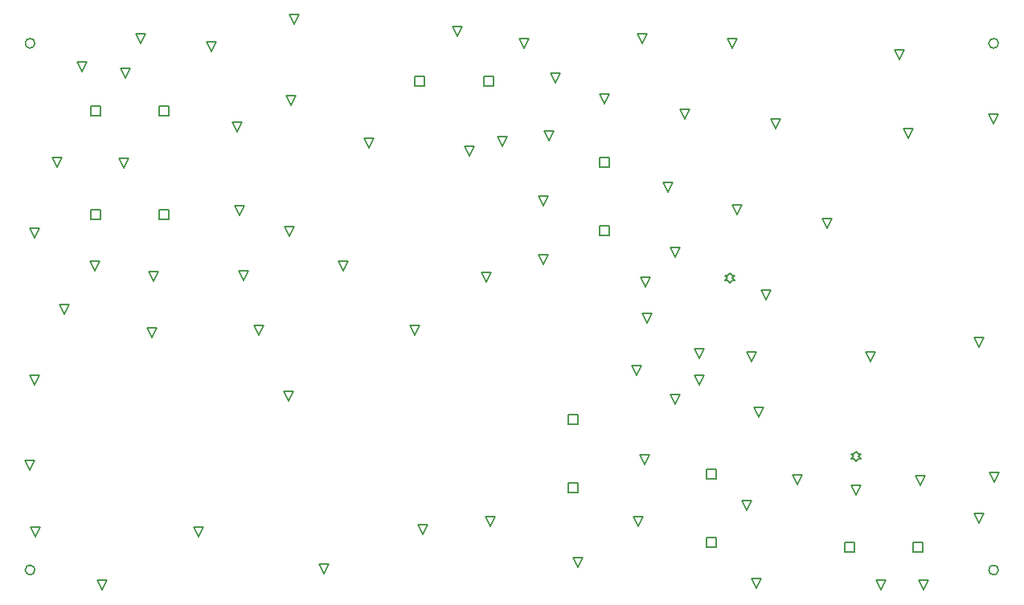
<source format=gbr>
%TF.GenerationSoftware,Altium Limited,Altium Designer,19.1.8 (144)*%
G04 Layer_Color=2752767*
%FSLAX26Y26*%
%MOIN*%
%TF.FileFunction,Drawing*%
%TF.Part,Single*%
G01*
G75*
%TA.AperFunction,NonConductor*%
%ADD63C,0.005000*%
%ADD64C,0.006667*%
D63*
X2519370Y1830394D02*
Y1870394D01*
X2559370D01*
Y1830394D01*
X2519370D01*
Y1546929D02*
Y1586929D01*
X2559370D01*
Y1546929D01*
X2519370D01*
X409134Y2042008D02*
Y2082008D01*
X449134D01*
Y2042008D01*
X409134D01*
X692598D02*
Y2082008D01*
X732598D01*
Y2042008D01*
X692598D01*
X2389449Y478031D02*
Y518032D01*
X2429449D01*
Y478031D01*
X2389449D01*
Y761496D02*
Y801496D01*
X2429449D01*
Y761496D01*
X2389449D01*
X2038071Y2164055D02*
Y2204055D01*
X2078071D01*
Y2164055D01*
X2038071D01*
X1754606D02*
Y2204055D01*
X1794606D01*
Y2164055D01*
X1754606D01*
X409134Y1612874D02*
Y1652874D01*
X449134D01*
Y1612874D01*
X409134D01*
X692598D02*
Y1652874D01*
X732598D01*
Y1612874D01*
X692598D01*
X2964252Y252638D02*
Y292638D01*
X3004252D01*
Y252638D01*
X2964252D01*
Y536102D02*
Y576102D01*
X3004252D01*
Y536102D01*
X2964252D01*
X3818583Y231969D02*
Y271969D01*
X3858583D01*
Y231969D01*
X3818583D01*
X3535118D02*
Y271969D01*
X3575118D01*
Y231969D01*
X3535118D01*
X374016Y2224095D02*
X354016Y2264095D01*
X394016D01*
X374016Y2224095D01*
X3464567Y1574488D02*
X3444567Y1614488D01*
X3484567D01*
X3464567Y1574488D01*
X1240158Y2086299D02*
X1220158Y2126299D01*
X1260158D01*
X1240158Y2086299D01*
X177165Y1535118D02*
X157165Y1575118D01*
X197165D01*
X177165Y1535118D01*
Y924882D02*
X157165Y964882D01*
X197165D01*
X177165Y924882D01*
X157480Y570551D02*
X137480Y610551D01*
X177480D01*
X157480Y570551D01*
X2115157Y1916024D02*
X2095157Y1956024D01*
X2135157D01*
X2115157Y1916024D01*
X1931102Y2373701D02*
X1911102Y2413701D01*
X1951102D01*
X1931102Y2373701D01*
X2335630Y2179803D02*
X2315630Y2219803D01*
X2355630D01*
X2335630Y2179803D01*
X1027559Y1628622D02*
X1007559Y1668622D01*
X1047559D01*
X1027559Y1628622D01*
X1234252Y1542008D02*
X1214252Y1582008D01*
X1254252D01*
X1234252Y1542008D01*
X1562008Y1910118D02*
X1542008Y1950118D01*
X1582008D01*
X1562008Y1910118D01*
X1981299Y1875669D02*
X1961299Y1915669D01*
X2001299D01*
X1981299Y1875669D01*
X2050197Y1353032D02*
X2030197Y1393032D01*
X2070197D01*
X2050197Y1353032D01*
X1375984Y142402D02*
X1355984Y182402D01*
X1395984D01*
X1375984Y142402D01*
X1228347Y858937D02*
X1208347Y898937D01*
X1248347D01*
X1228347Y858937D01*
X857284Y295945D02*
X837284Y335945D01*
X877284D01*
X857284Y295945D01*
X456693Y75472D02*
X436693Y115472D01*
X476693D01*
X456693Y75472D01*
X298228Y1219173D02*
X278228Y1259173D01*
X318228D01*
X298228Y1219173D01*
X545276Y1825472D02*
X525276Y1865472D01*
X565276D01*
X545276Y1825472D01*
X552165Y2197520D02*
X532165Y2237520D01*
X572165D01*
X552165Y2197520D01*
X270669Y1827441D02*
X250669Y1867441D01*
X290669D01*
X270669Y1827441D01*
X616142Y2343189D02*
X596142Y2383189D01*
X636142D01*
X616142Y2343189D01*
X2287402Y1668976D02*
X2267402Y1708976D01*
X2307402D01*
X2287402Y1668976D01*
X3864173Y74488D02*
X3844173Y114488D01*
X3884173D01*
X3864173Y74488D01*
X4094488Y353031D02*
X4074488Y393031D01*
X4114488D01*
X4094488Y353031D01*
X179134Y295945D02*
X159134Y335945D01*
X199134D01*
X179134Y295945D01*
X1105315Y1130591D02*
X1085315Y1170591D01*
X1125315D01*
X1105315Y1130591D01*
X1752953Y1133543D02*
X1732953Y1173543D01*
X1772953D01*
X1752953Y1133543D01*
X2804134Y1724094D02*
X2784134Y1764094D01*
X2824134D01*
X2804134Y1724094D01*
X3181102Y792992D02*
X3161102Y832992D01*
X3201102D01*
X3181102Y792992D01*
X3582677Y468189D02*
X3562677Y508189D01*
X3602677D01*
X3582677Y468189D01*
X3338583Y510512D02*
X3318583Y550512D01*
X3358583D01*
X3338583Y510512D01*
X3128937Y404213D02*
X3108937Y444213D01*
X3148937D01*
X3128937Y404213D01*
X3687992Y75472D02*
X3667992Y115472D01*
X3707992D01*
X3687992Y75472D01*
X4156496Y521339D02*
X4136496Y561339D01*
X4176496D01*
X4156496Y521339D01*
X3850394Y508543D02*
X3830394Y548543D01*
X3870394D01*
X3850394Y508543D01*
X3168307Y82362D02*
X3148307Y122362D01*
X3188307D01*
X3168307Y82362D01*
X1785433Y304803D02*
X1765433Y344803D01*
X1805433D01*
X1785433Y304803D01*
X2065945Y340236D02*
X2045945Y380236D01*
X2085945D01*
X2065945Y340236D01*
X2706693Y595158D02*
X2686693Y635158D01*
X2726693D01*
X2706693Y595158D01*
X2678150Y337284D02*
X2658150Y377284D01*
X2698150D01*
X2678150Y337284D01*
X2429134Y167992D02*
X2409134Y207992D01*
X2449134D01*
X2429134Y167992D01*
X2540354Y2093189D02*
X2520354Y2133189D01*
X2560354D01*
X2540354Y2093189D01*
X2311024Y1939646D02*
X2291024Y1979646D01*
X2331024D01*
X2311024Y1939646D01*
X3582677Y608937D02*
X3592677Y618937D01*
X3602677D01*
X3592677Y628937D01*
X3602677Y638937D01*
X3592677D01*
X3582677Y648937D01*
X3572677Y638937D01*
X3562677D01*
X3572677Y628937D01*
X3562677Y618937D01*
X3572677D01*
X3582677Y608937D01*
X427165Y1397323D02*
X407165Y1437323D01*
X447165D01*
X427165Y1397323D01*
X908465Y2308740D02*
X888465Y2348740D01*
X928465D01*
X908465Y2308740D01*
X1252953Y2420945D02*
X1232953Y2460945D01*
X1272953D01*
X1252953Y2420945D01*
X2204724Y2322520D02*
X2184724Y2362520D01*
X2224724D01*
X2204724Y2322520D01*
X1456693Y1397323D02*
X1436693Y1437323D01*
X1476693D01*
X1456693Y1397323D01*
X2285433Y1425866D02*
X2265433Y1465866D01*
X2305433D01*
X2285433Y1425866D01*
X2696850Y2342205D02*
X2676850Y2382205D01*
X2716850D01*
X2696850Y2342205D01*
X3070866Y2322520D02*
X3050866Y2362520D01*
X3090866D01*
X3070866Y2322520D01*
X3761811Y2275276D02*
X3741811Y2315276D01*
X3781811D01*
X3761811Y2275276D01*
X4153543Y2007559D02*
X4133543Y2047559D01*
X4173543D01*
X4153543Y2007559D01*
X2874016Y2027244D02*
X2854016Y2067244D01*
X2894016D01*
X2874016Y2027244D01*
X3248032Y1987874D02*
X3228032Y2027874D01*
X3268032D01*
X3248032Y1987874D01*
X3090551Y1633543D02*
X3070551Y1673543D01*
X3110551D01*
X3090551Y1633543D01*
X3799213Y1948504D02*
X3779213Y1988504D01*
X3819213D01*
X3799213Y1948504D01*
X4094488Y1082362D02*
X4074488Y1122362D01*
X4114488D01*
X4094488Y1082362D01*
X3641732Y1023307D02*
X3621732Y1063307D01*
X3661732D01*
X3641732Y1023307D01*
X2672244Y965236D02*
X2652244Y1005236D01*
X2692244D01*
X2672244Y965236D01*
X2834646Y846142D02*
X2814646Y886142D01*
X2854646D01*
X2834646Y846142D01*
X2933071Y924882D02*
X2913071Y964882D01*
X2953071D01*
X2933071Y924882D01*
Y1036102D02*
X2913071Y1076102D01*
X2953071D01*
X2933071Y1036102D01*
X3149606Y1023307D02*
X3129606Y1063307D01*
X3169606D01*
X3149606Y1023307D01*
X3208661Y1279213D02*
X3188661Y1319213D01*
X3228661D01*
X3208661Y1279213D01*
X2834646Y1456378D02*
X2814646Y1496378D01*
X2854646D01*
X2834646Y1456378D01*
X2710630Y1331378D02*
X2690630Y1371378D01*
X2730630D01*
X2710630Y1331378D01*
X2716535Y1180787D02*
X2696535Y1220787D01*
X2736535D01*
X2716535Y1180787D01*
X670276Y1356968D02*
X650276Y1396968D01*
X690276D01*
X670276Y1356968D01*
X1043307Y1357953D02*
X1023307Y1397953D01*
X1063307D01*
X1043307Y1357953D01*
X664370Y1122716D02*
X644370Y1162716D01*
X684370D01*
X664370Y1122716D01*
X1017717Y1977047D02*
X997717Y2017047D01*
X1037717D01*
X1017717Y1977047D01*
X3058189Y1348740D02*
X3068189Y1358740D01*
X3078189D01*
X3068189Y1368740D01*
X3078189Y1378740D01*
X3068189D01*
X3058189Y1388740D01*
X3048189Y1378740D01*
X3038189D01*
X3048189Y1368740D01*
X3038189Y1358740D01*
X3048189D01*
X3058189Y1348740D01*
D64*
X177480Y2342520D02*
G03*
X177480Y2342520I-20000J0D01*
G01*
Y157480D02*
G03*
X177480Y157480I-20000J0D01*
G01*
X4173543D02*
G03*
X4173543Y157480I-20000J0D01*
G01*
Y2342520D02*
G03*
X4173543Y2342520I-20000J0D01*
G01*
%TF.MD5,99363c2758ce944241a1fef54dab9a21*%
M02*

</source>
